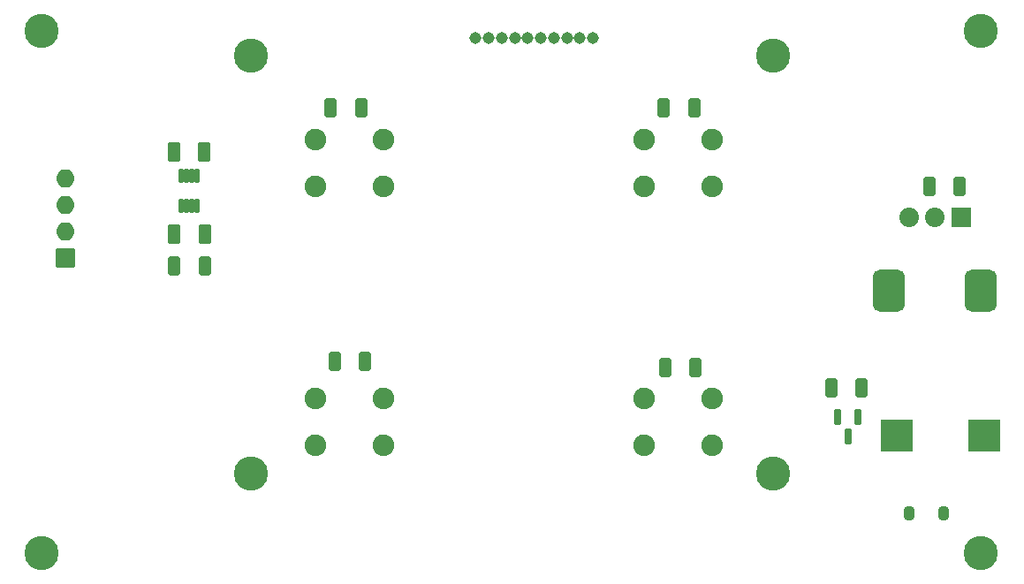
<source format=gbr>
%TF.GenerationSoftware,KiCad,Pcbnew,8.0.6*%
%TF.CreationDate,2025-07-22T18:05:31-04:00*%
%TF.ProjectId,receiver,72656365-6976-4657-922e-6b696361645f,rev?*%
%TF.SameCoordinates,Original*%
%TF.FileFunction,Soldermask,Bot*%
%TF.FilePolarity,Negative*%
%FSLAX46Y46*%
G04 Gerber Fmt 4.6, Leading zero omitted, Abs format (unit mm)*
G04 Created by KiCad (PCBNEW 8.0.6) date 2025-07-22 18:05:31*
%MOMM*%
%LPD*%
G01*
G04 APERTURE LIST*
G04 Aperture macros list*
%AMRoundRect*
0 Rectangle with rounded corners*
0 $1 Rounding radius*
0 $2 $3 $4 $5 $6 $7 $8 $9 X,Y pos of 4 corners*
0 Add a 4 corners polygon primitive as box body*
4,1,4,$2,$3,$4,$5,$6,$7,$8,$9,$2,$3,0*
0 Add four circle primitives for the rounded corners*
1,1,$1+$1,$2,$3*
1,1,$1+$1,$4,$5*
1,1,$1+$1,$6,$7*
1,1,$1+$1,$8,$9*
0 Add four rect primitives between the rounded corners*
20,1,$1+$1,$2,$3,$4,$5,0*
20,1,$1+$1,$4,$5,$6,$7,0*
20,1,$1+$1,$6,$7,$8,$9,0*
20,1,$1+$1,$8,$9,$2,$3,0*%
G04 Aperture macros list end*
%ADD10C,2.076000*%
%ADD11C,3.276000*%
%ADD12RoundRect,0.266889X-0.333611X-0.646111X0.333611X-0.646111X0.333611X0.646111X-0.333611X0.646111X0*%
%ADD13RoundRect,0.169000X-0.169000X0.606500X-0.169000X-0.606500X0.169000X-0.606500X0.169000X0.606500X0*%
%ADD14RoundRect,0.244000X0.244000X0.394000X-0.244000X0.394000X-0.244000X-0.394000X0.244000X-0.394000X0*%
%ADD15RoundRect,0.038000X-0.850000X-0.850000X0.850000X-0.850000X0.850000X0.850000X-0.850000X0.850000X0*%
%ADD16O,1.776000X1.776000*%
%ADD17RoundRect,0.266889X0.333611X0.646111X-0.333611X0.646111X-0.333611X-0.646111X0.333611X-0.646111X0*%
%ADD18RoundRect,0.266521X0.346479X0.671479X-0.346479X0.671479X-0.346479X-0.671479X0.346479X-0.671479X0*%
%ADD19RoundRect,0.059250X-0.177750X0.602750X-0.177750X-0.602750X0.177750X-0.602750X0.177750X0.602750X0*%
%ADD20RoundRect,0.266521X-0.346479X-0.671479X0.346479X-0.671479X0.346479X0.671479X-0.346479X0.671479X0*%
%ADD21RoundRect,0.038000X1.500000X1.500000X-1.500000X1.500000X-1.500000X-1.500000X1.500000X-1.500000X0*%
%ADD22RoundRect,0.038000X-0.900000X0.900000X-0.900000X-0.900000X0.900000X-0.900000X0.900000X0.900000X0*%
%ADD23C,1.876000*%
%ADD24RoundRect,0.769000X-0.769000X1.269000X-0.769000X-1.269000X0.769000X-1.269000X0.769000X1.269000X0*%
%ADD25C,1.142800*%
G04 APERTURE END LIST*
D10*
%TO.C,SW2*%
X167785227Y-136097935D03*
X174285227Y-136097935D03*
X167785227Y-140597935D03*
X174285227Y-140597935D03*
%TD*%
D11*
%TO.C,HOLES2*%
X130093609Y-103260373D03*
X130093609Y-143260373D03*
X180093609Y-103260373D03*
X180093609Y-143260373D03*
%TD*%
D12*
%TO.C,BUZ_R2*%
X185708225Y-135033682D03*
X188633225Y-135033682D03*
%TD*%
D13*
%TO.C,Q1*%
X187304033Y-139756633D03*
X186354033Y-137881633D03*
X188254033Y-137881633D03*
%TD*%
D14*
%TO.C,BUZ_D1*%
X196506727Y-147109757D03*
X193206727Y-147109757D03*
%TD*%
D15*
%TO.C,J4*%
X112278989Y-122583887D03*
D16*
X112278989Y-120043887D03*
X112278989Y-117503887D03*
X112278989Y-114963887D03*
%TD*%
D17*
%TO.C,BUT_R2*%
X172696848Y-133161473D03*
X169771848Y-133161473D03*
%TD*%
%TO.C,LLS_R2*%
X125683995Y-123348631D03*
X122758995Y-123348631D03*
%TD*%
D18*
%TO.C,LLS_C2*%
X125668573Y-120333154D03*
X122718573Y-120333154D03*
%TD*%
D17*
%TO.C,BUZ_R1*%
X198025181Y-115768131D03*
X195100181Y-115768131D03*
%TD*%
D19*
%TO.C,U5*%
X123395487Y-114783423D03*
X123895487Y-114783423D03*
X124395487Y-114783423D03*
X124895487Y-114783423D03*
X124895487Y-117593423D03*
X124395487Y-117593423D03*
X123895487Y-117593423D03*
X123395487Y-117593423D03*
%TD*%
D12*
%TO.C,BUT_R4*%
X137751472Y-108198196D03*
X140676472Y-108198196D03*
%TD*%
D17*
%TO.C,BUT_R1*%
X172570696Y-108257561D03*
X169645696Y-108257561D03*
%TD*%
D20*
%TO.C,LLS_C1*%
X122691443Y-112479144D03*
X125641443Y-112479144D03*
%TD*%
D12*
%TO.C,BUT_R3*%
X138107666Y-132508451D03*
X141032666Y-132508451D03*
%TD*%
D21*
%TO.C,BZ1*%
X200350846Y-139669746D03*
X191950846Y-139669746D03*
%TD*%
D10*
%TO.C,SW4*%
X136278737Y-111286784D03*
X142778737Y-111286784D03*
X136278737Y-115786784D03*
X142778737Y-115786784D03*
%TD*%
D11*
%TO.C,HOLES3*%
X110025189Y-100893649D03*
X110025189Y-150893649D03*
X200025189Y-100893649D03*
X200025189Y-150893649D03*
%TD*%
D10*
%TO.C,SW1*%
X167785227Y-111286784D03*
X174285227Y-111286784D03*
X167785227Y-115786784D03*
X174285227Y-115786784D03*
%TD*%
D22*
%TO.C,RV1*%
X198149327Y-118756900D03*
D23*
X195649327Y-118756900D03*
X193149327Y-118756900D03*
D24*
X200049327Y-125756900D03*
X191249327Y-125756900D03*
%TD*%
D25*
%TO.C,IF2*%
X162881478Y-101502772D03*
X161631478Y-101502772D03*
X160381478Y-101502772D03*
X159131478Y-101502772D03*
X157881478Y-101502772D03*
X156631478Y-101502772D03*
X155381478Y-101502772D03*
X154131478Y-101502772D03*
X152881478Y-101502772D03*
X151631478Y-101502772D03*
%TD*%
D10*
%TO.C,SW3*%
X136278737Y-136097935D03*
X142778737Y-136097935D03*
X136278737Y-140597935D03*
X142778737Y-140597935D03*
%TD*%
M02*

</source>
